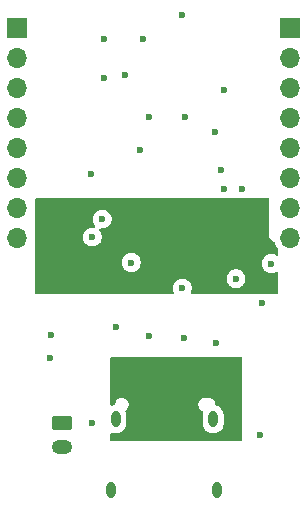
<source format=gbr>
%TF.GenerationSoftware,KiCad,Pcbnew,9.0.0*%
%TF.CreationDate,2025-05-10T20:39:51+02:00*%
%TF.ProjectId,ESP32CAM Shield,45535033-3243-4414-9d20-536869656c64,rev?*%
%TF.SameCoordinates,Original*%
%TF.FileFunction,Copper,L3,Inr*%
%TF.FilePolarity,Positive*%
%FSLAX46Y46*%
G04 Gerber Fmt 4.6, Leading zero omitted, Abs format (unit mm)*
G04 Created by KiCad (PCBNEW 9.0.0) date 2025-05-10 20:39:51*
%MOMM*%
%LPD*%
G01*
G04 APERTURE LIST*
G04 Aperture macros list*
%AMRoundRect*
0 Rectangle with rounded corners*
0 $1 Rounding radius*
0 $2 $3 $4 $5 $6 $7 $8 $9 X,Y pos of 4 corners*
0 Add a 4 corners polygon primitive as box body*
4,1,4,$2,$3,$4,$5,$6,$7,$8,$9,$2,$3,0*
0 Add four circle primitives for the rounded corners*
1,1,$1+$1,$2,$3*
1,1,$1+$1,$4,$5*
1,1,$1+$1,$6,$7*
1,1,$1+$1,$8,$9*
0 Add four rect primitives between the rounded corners*
20,1,$1+$1,$2,$3,$4,$5,0*
20,1,$1+$1,$4,$5,$6,$7,0*
20,1,$1+$1,$6,$7,$8,$9,0*
20,1,$1+$1,$8,$9,$2,$3,0*%
G04 Aperture macros list end*
%TA.AperFunction,ComponentPad*%
%ADD10RoundRect,0.250000X-0.625000X0.350000X-0.625000X-0.350000X0.625000X-0.350000X0.625000X0.350000X0*%
%TD*%
%TA.AperFunction,ComponentPad*%
%ADD11O,1.750000X1.200000*%
%TD*%
%TA.AperFunction,HeatsinkPad*%
%ADD12O,0.800000X1.400000*%
%TD*%
%TA.AperFunction,ComponentPad*%
%ADD13R,1.700000X1.700000*%
%TD*%
%TA.AperFunction,ComponentPad*%
%ADD14O,1.700000X1.700000*%
%TD*%
%TA.AperFunction,ViaPad*%
%ADD15C,0.600000*%
%TD*%
G04 APERTURE END LIST*
D10*
%TO.N,+BATT*%
%TO.C,J3*%
X131064000Y-100616000D03*
D11*
%TO.N,GND*%
X131064000Y-102616000D03*
%TD*%
D12*
%TO.N,GND*%
%TO.C,J4*%
X135210000Y-106218000D03*
X135570000Y-100268000D03*
X143830000Y-100268000D03*
X144190000Y-106218000D03*
%TD*%
D13*
%TO.N,+3.3V*%
%TO.C,J2*%
X150317200Y-67106800D03*
D14*
%TO.N,unconnected-(J2-Pin_2-Pad2)*%
X150317200Y-69646800D03*
%TO.N,io00*%
X150317200Y-72186800D03*
%TO.N,GND*%
X150317200Y-74726800D03*
%TO.N,unconnected-(J2-Pin_5-Pad5)*%
X150317200Y-77266800D03*
%TO.N,UART_USB_RX*%
X150317200Y-79806800D03*
%TO.N,UART_USB_TX*%
X150317200Y-82346800D03*
%TO.N,GND*%
X150317200Y-84886800D03*
%TD*%
D13*
%TO.N,unconnected-(J1-Pin_1-Pad1)*%
%TO.C,J1*%
X127254000Y-67106800D03*
D14*
%TO.N,GND*%
X127254000Y-69646800D03*
%TO.N,I2S_BCLK*%
X127254000Y-72186800D03*
%TO.N,I2S_DATA*%
X127254000Y-74726800D03*
%TO.N,I2S_WS*%
X127254000Y-77266800D03*
%TO.N,I2C_SCL*%
X127254000Y-79806800D03*
%TO.N,I2C_SDA*%
X127254000Y-82346800D03*
%TO.N,unconnected-(J1-Pin_8-Pad8)*%
X127254000Y-84886800D03*
%TD*%
D15*
%TO.N,VBUS*%
X138176000Y-101092000D03*
X137668000Y-96520000D03*
%TO.N,GND*%
X135636000Y-92456000D03*
X136906000Y-86995000D03*
X144100900Y-93778834D03*
X137629889Y-77495727D03*
X147828000Y-101600000D03*
X148751468Y-87082303D03*
X145764465Y-88370168D03*
X144780000Y-72390000D03*
X130004138Y-95070565D03*
X133477000Y-79502000D03*
X137922000Y-68072000D03*
X141224000Y-89154000D03*
X141224000Y-66040000D03*
X144780000Y-80772000D03*
X136398000Y-71120000D03*
X144018000Y-75946000D03*
X133604000Y-100584000D03*
X147955000Y-90424000D03*
X141351000Y-93345000D03*
%TO.N,+3.3V*%
X134620000Y-71374000D03*
X134620000Y-68072000D03*
%TO.N,VBUS*%
X139192000Y-87122000D03*
X131318000Y-85090000D03*
X147828000Y-82042000D03*
X146812000Y-88138000D03*
%TO.N,I2C_SDA*%
X141478000Y-74676000D03*
%TO.N,I2C_SCL*%
X138430000Y-74676000D03*
%TO.N,Net-(U4-OC)*%
X133604000Y-84836000D03*
X134432000Y-83312000D03*
%TO.N,Net-(D1-K)*%
X130104753Y-93117964D03*
X138430000Y-93218000D03*
%TO.N,UART_USB_TX*%
X144526000Y-79156800D03*
X146304000Y-80772000D03*
%TD*%
%TA.AperFunction,Conductor*%
%TO.N,VBUS*%
G36*
X144540253Y-81541376D02*
G01*
X144540680Y-81539970D01*
X144546499Y-81541735D01*
X144546503Y-81541737D01*
X144546507Y-81541737D01*
X144546511Y-81541739D01*
X144701153Y-81572499D01*
X144701156Y-81572500D01*
X144701158Y-81572500D01*
X144858844Y-81572500D01*
X144858845Y-81572499D01*
X144953431Y-81553685D01*
X145013488Y-81541739D01*
X145013490Y-81541738D01*
X145013497Y-81541737D01*
X145013503Y-81541734D01*
X145019320Y-81539970D01*
X145019746Y-81541376D01*
X145056840Y-81534000D01*
X146027160Y-81534000D01*
X146064253Y-81541376D01*
X146064680Y-81539970D01*
X146070499Y-81541735D01*
X146070503Y-81541737D01*
X146070507Y-81541737D01*
X146070511Y-81541739D01*
X146225153Y-81572499D01*
X146225156Y-81572500D01*
X146225158Y-81572500D01*
X146382844Y-81572500D01*
X146382845Y-81572499D01*
X146477431Y-81553685D01*
X146537488Y-81541739D01*
X146537490Y-81541738D01*
X146537497Y-81541737D01*
X146537503Y-81541734D01*
X146543320Y-81539970D01*
X146543746Y-81541376D01*
X146580840Y-81534000D01*
X148466000Y-81534000D01*
X148533039Y-81553685D01*
X148578794Y-81606489D01*
X148590000Y-81658000D01*
X148590000Y-84836000D01*
X148999556Y-85245556D01*
X149029806Y-85294918D01*
X149065644Y-85405216D01*
X149162151Y-85594620D01*
X149287090Y-85766586D01*
X149315681Y-85795177D01*
X149349166Y-85856500D01*
X149352000Y-85882858D01*
X149352000Y-86288824D01*
X149332315Y-86355863D01*
X149279511Y-86401618D01*
X149210353Y-86411562D01*
X149159109Y-86391926D01*
X149130653Y-86372912D01*
X149130640Y-86372905D01*
X148984969Y-86312567D01*
X148984957Y-86312564D01*
X148830313Y-86281803D01*
X148830310Y-86281803D01*
X148672626Y-86281803D01*
X148672623Y-86281803D01*
X148517978Y-86312564D01*
X148517966Y-86312567D01*
X148372295Y-86372905D01*
X148372282Y-86372912D01*
X148241179Y-86460513D01*
X148241175Y-86460516D01*
X148129681Y-86572010D01*
X148129678Y-86572014D01*
X148042077Y-86703117D01*
X148042070Y-86703130D01*
X147981732Y-86848801D01*
X147981729Y-86848813D01*
X147950968Y-87003456D01*
X147950968Y-87161149D01*
X147981729Y-87315792D01*
X147981732Y-87315804D01*
X148042070Y-87461475D01*
X148042077Y-87461488D01*
X148129678Y-87592591D01*
X148129681Y-87592595D01*
X148241175Y-87704089D01*
X148241179Y-87704092D01*
X148372282Y-87791693D01*
X148372295Y-87791700D01*
X148517966Y-87852038D01*
X148517971Y-87852040D01*
X148672621Y-87882802D01*
X148672624Y-87882803D01*
X148672626Y-87882803D01*
X148830312Y-87882803D01*
X148830313Y-87882802D01*
X148984965Y-87852040D01*
X149130647Y-87791697D01*
X149159108Y-87772679D01*
X149225784Y-87751801D01*
X149293165Y-87770284D01*
X149339856Y-87822262D01*
X149352000Y-87875781D01*
X149352000Y-89538000D01*
X149332315Y-89605039D01*
X149279511Y-89650794D01*
X149228000Y-89662000D01*
X148231840Y-89662000D01*
X148194746Y-89654623D01*
X148194320Y-89656030D01*
X148188488Y-89654260D01*
X148033845Y-89623500D01*
X148033842Y-89623500D01*
X147876158Y-89623500D01*
X147876155Y-89623500D01*
X147721511Y-89654260D01*
X147715680Y-89656030D01*
X147715253Y-89654623D01*
X147678160Y-89662000D01*
X142065614Y-89662000D01*
X141998575Y-89642315D01*
X141952820Y-89589511D01*
X141942876Y-89520353D01*
X141951053Y-89490548D01*
X141993735Y-89387501D01*
X141993737Y-89387497D01*
X142024500Y-89232842D01*
X142024500Y-89075158D01*
X142024500Y-89075155D01*
X142024499Y-89075153D01*
X142007950Y-88991957D01*
X141993737Y-88920503D01*
X141977149Y-88880456D01*
X141933397Y-88774827D01*
X141933390Y-88774814D01*
X141845789Y-88643711D01*
X141845786Y-88643707D01*
X141734292Y-88532213D01*
X141734288Y-88532210D01*
X141603185Y-88444609D01*
X141603172Y-88444602D01*
X141494996Y-88399795D01*
X141457501Y-88384264D01*
X141457489Y-88384261D01*
X141302845Y-88353500D01*
X141302842Y-88353500D01*
X141145158Y-88353500D01*
X141145155Y-88353500D01*
X140990510Y-88384261D01*
X140990498Y-88384264D01*
X140844827Y-88444602D01*
X140844814Y-88444609D01*
X140713711Y-88532210D01*
X140713707Y-88532213D01*
X140602213Y-88643707D01*
X140602210Y-88643711D01*
X140514609Y-88774814D01*
X140514602Y-88774827D01*
X140454264Y-88920498D01*
X140454261Y-88920510D01*
X140423500Y-89075153D01*
X140423500Y-89232846D01*
X140454261Y-89387489D01*
X140454264Y-89387501D01*
X140496947Y-89490548D01*
X140504416Y-89560017D01*
X140473140Y-89622496D01*
X140413051Y-89658148D01*
X140382386Y-89662000D01*
X128902000Y-89662000D01*
X128834961Y-89642315D01*
X128789206Y-89589511D01*
X128778000Y-89538000D01*
X128778000Y-88291321D01*
X144963965Y-88291321D01*
X144963965Y-88449014D01*
X144994726Y-88603657D01*
X144994729Y-88603669D01*
X145055067Y-88749340D01*
X145055074Y-88749353D01*
X145142675Y-88880456D01*
X145142678Y-88880460D01*
X145254172Y-88991954D01*
X145254176Y-88991957D01*
X145385279Y-89079558D01*
X145385292Y-89079565D01*
X145530963Y-89139903D01*
X145530968Y-89139905D01*
X145685618Y-89170667D01*
X145685621Y-89170668D01*
X145685623Y-89170668D01*
X145843309Y-89170668D01*
X145843310Y-89170667D01*
X145997962Y-89139905D01*
X146143644Y-89079562D01*
X146274754Y-88991957D01*
X146386254Y-88880457D01*
X146473859Y-88749347D01*
X146534202Y-88603665D01*
X146564965Y-88449010D01*
X146564965Y-88291326D01*
X146564965Y-88291323D01*
X146564964Y-88291321D01*
X146534203Y-88136678D01*
X146534202Y-88136671D01*
X146534200Y-88136666D01*
X146473862Y-87990995D01*
X146473855Y-87990982D01*
X146386254Y-87859879D01*
X146386251Y-87859875D01*
X146274757Y-87748381D01*
X146274753Y-87748378D01*
X146143650Y-87660777D01*
X146143637Y-87660770D01*
X145997966Y-87600432D01*
X145997954Y-87600429D01*
X145843310Y-87569668D01*
X145843307Y-87569668D01*
X145685623Y-87569668D01*
X145685620Y-87569668D01*
X145530975Y-87600429D01*
X145530963Y-87600432D01*
X145385292Y-87660770D01*
X145385279Y-87660777D01*
X145254176Y-87748378D01*
X145254172Y-87748381D01*
X145142678Y-87859875D01*
X145142675Y-87859879D01*
X145055074Y-87990982D01*
X145055067Y-87990995D01*
X144994729Y-88136666D01*
X144994726Y-88136678D01*
X144963965Y-88291321D01*
X128778000Y-88291321D01*
X128778000Y-86916153D01*
X136105500Y-86916153D01*
X136105500Y-87073846D01*
X136136261Y-87228489D01*
X136136264Y-87228501D01*
X136196602Y-87374172D01*
X136196609Y-87374185D01*
X136284210Y-87505288D01*
X136284213Y-87505292D01*
X136395707Y-87616786D01*
X136395711Y-87616789D01*
X136526814Y-87704390D01*
X136526827Y-87704397D01*
X136641272Y-87751801D01*
X136672503Y-87764737D01*
X136827153Y-87795499D01*
X136827156Y-87795500D01*
X136827158Y-87795500D01*
X136984844Y-87795500D01*
X136984845Y-87795499D01*
X137139497Y-87764737D01*
X137285179Y-87704394D01*
X137416289Y-87616789D01*
X137527789Y-87505289D01*
X137615394Y-87374179D01*
X137675737Y-87228497D01*
X137706500Y-87073842D01*
X137706500Y-86916158D01*
X137706500Y-86916155D01*
X137706499Y-86916153D01*
X137675738Y-86761510D01*
X137675737Y-86761503D01*
X137675735Y-86761498D01*
X137615397Y-86615827D01*
X137615390Y-86615814D01*
X137527789Y-86484711D01*
X137527786Y-86484707D01*
X137416292Y-86373213D01*
X137416288Y-86373210D01*
X137285185Y-86285609D01*
X137285172Y-86285602D01*
X137139501Y-86225264D01*
X137139489Y-86225261D01*
X136984845Y-86194500D01*
X136984842Y-86194500D01*
X136827158Y-86194500D01*
X136827155Y-86194500D01*
X136672510Y-86225261D01*
X136672498Y-86225264D01*
X136526827Y-86285602D01*
X136526814Y-86285609D01*
X136395711Y-86373210D01*
X136395707Y-86373213D01*
X136284213Y-86484707D01*
X136284210Y-86484711D01*
X136196609Y-86615814D01*
X136196602Y-86615827D01*
X136136264Y-86761498D01*
X136136261Y-86761510D01*
X136105500Y-86916153D01*
X128778000Y-86916153D01*
X128778000Y-84757153D01*
X132803500Y-84757153D01*
X132803500Y-84914846D01*
X132834261Y-85069489D01*
X132834264Y-85069501D01*
X132894602Y-85215172D01*
X132894609Y-85215185D01*
X132982210Y-85346288D01*
X132982213Y-85346292D01*
X133093707Y-85457786D01*
X133093711Y-85457789D01*
X133224814Y-85545390D01*
X133224827Y-85545397D01*
X133343654Y-85594616D01*
X133370503Y-85605737D01*
X133525153Y-85636499D01*
X133525156Y-85636500D01*
X133525158Y-85636500D01*
X133682844Y-85636500D01*
X133682845Y-85636499D01*
X133837497Y-85605737D01*
X133983179Y-85545394D01*
X134114289Y-85457789D01*
X134225789Y-85346289D01*
X134313394Y-85215179D01*
X134373737Y-85069497D01*
X134404500Y-84914842D01*
X134404500Y-84757158D01*
X134404500Y-84757155D01*
X134404499Y-84757153D01*
X134373738Y-84602510D01*
X134373737Y-84602503D01*
X134360505Y-84570557D01*
X134313397Y-84456827D01*
X134313390Y-84456814D01*
X134225789Y-84325711D01*
X134225786Y-84325707D01*
X134217058Y-84316979D01*
X134183573Y-84255656D01*
X134188557Y-84185964D01*
X134230429Y-84130031D01*
X134295893Y-84105614D01*
X134328931Y-84107680D01*
X134337876Y-84109460D01*
X134353157Y-84112500D01*
X134353158Y-84112500D01*
X134510844Y-84112500D01*
X134510845Y-84112499D01*
X134665497Y-84081737D01*
X134811179Y-84021394D01*
X134942289Y-83933789D01*
X135053789Y-83822289D01*
X135141394Y-83691179D01*
X135201737Y-83545497D01*
X135232500Y-83390842D01*
X135232500Y-83233158D01*
X135232500Y-83233155D01*
X135232499Y-83233153D01*
X135201738Y-83078510D01*
X135201737Y-83078503D01*
X135191843Y-83054616D01*
X135141397Y-82932827D01*
X135141390Y-82932814D01*
X135053789Y-82801711D01*
X135053786Y-82801707D01*
X134942292Y-82690213D01*
X134942288Y-82690210D01*
X134811185Y-82602609D01*
X134811172Y-82602602D01*
X134665501Y-82542264D01*
X134665489Y-82542261D01*
X134510845Y-82511500D01*
X134510842Y-82511500D01*
X134353158Y-82511500D01*
X134353155Y-82511500D01*
X134198510Y-82542261D01*
X134198498Y-82542264D01*
X134052827Y-82602602D01*
X134052814Y-82602609D01*
X133921711Y-82690210D01*
X133921707Y-82690213D01*
X133810213Y-82801707D01*
X133810210Y-82801711D01*
X133722609Y-82932814D01*
X133722602Y-82932827D01*
X133662264Y-83078498D01*
X133662261Y-83078510D01*
X133631500Y-83233153D01*
X133631500Y-83390846D01*
X133662261Y-83545489D01*
X133662264Y-83545501D01*
X133722602Y-83691172D01*
X133722609Y-83691185D01*
X133810210Y-83822288D01*
X133810213Y-83822292D01*
X133818941Y-83831020D01*
X133852426Y-83892343D01*
X133847442Y-83962035D01*
X133805570Y-84017968D01*
X133740106Y-84042385D01*
X133707070Y-84040319D01*
X133682842Y-84035500D01*
X133525158Y-84035500D01*
X133525155Y-84035500D01*
X133370510Y-84066261D01*
X133370498Y-84066264D01*
X133224827Y-84126602D01*
X133224814Y-84126609D01*
X133093711Y-84214210D01*
X133093707Y-84214213D01*
X132982213Y-84325707D01*
X132982210Y-84325711D01*
X132894609Y-84456814D01*
X132894602Y-84456827D01*
X132834264Y-84602498D01*
X132834261Y-84602510D01*
X132803500Y-84757153D01*
X128778000Y-84757153D01*
X128778000Y-81658000D01*
X128797685Y-81590961D01*
X128850489Y-81545206D01*
X128902000Y-81534000D01*
X144503160Y-81534000D01*
X144540253Y-81541376D01*
G37*
%TD.AperFunction*%
%TD*%
%TA.AperFunction,Conductor*%
%TO.N,VBUS*%
G36*
X146247039Y-95015685D02*
G01*
X146292794Y-95068489D01*
X146304000Y-95120000D01*
X146304000Y-101984000D01*
X146284315Y-102051039D01*
X146231511Y-102096794D01*
X146180000Y-102108000D01*
X135252000Y-102108000D01*
X135184961Y-102088315D01*
X135139206Y-102035511D01*
X135128000Y-101984000D01*
X135128000Y-101545190D01*
X135147685Y-101478151D01*
X135200489Y-101432396D01*
X135269647Y-101422452D01*
X135299448Y-101430627D01*
X135307334Y-101433894D01*
X135307337Y-101433894D01*
X135307341Y-101433896D01*
X135481304Y-101468499D01*
X135481307Y-101468500D01*
X135481309Y-101468500D01*
X135658693Y-101468500D01*
X135658694Y-101468499D01*
X135716682Y-101456964D01*
X135832658Y-101433896D01*
X135832661Y-101433894D01*
X135832666Y-101433894D01*
X135996547Y-101366013D01*
X136144035Y-101267464D01*
X136269464Y-101142035D01*
X136368013Y-100994547D01*
X136435894Y-100830666D01*
X136470500Y-100656691D01*
X136470500Y-99879309D01*
X136470500Y-99879306D01*
X136470499Y-99879304D01*
X136435896Y-99705341D01*
X136435893Y-99705332D01*
X136419236Y-99665119D01*
X136405060Y-99630895D01*
X136397592Y-99561427D01*
X136428867Y-99498948D01*
X136447447Y-99484159D01*
X136446914Y-99483465D01*
X136453358Y-99478518D01*
X136453365Y-99478515D01*
X136560515Y-99371365D01*
X136636281Y-99240135D01*
X136675500Y-99093766D01*
X136675500Y-98942234D01*
X142574500Y-98942234D01*
X142574500Y-99093765D01*
X142613719Y-99240136D01*
X142651602Y-99305750D01*
X142689485Y-99371365D01*
X142796635Y-99478515D01*
X142913429Y-99545946D01*
X142961643Y-99596512D01*
X142974867Y-99665119D01*
X142965993Y-99700776D01*
X142964106Y-99705330D01*
X142964104Y-99705336D01*
X142929500Y-99879304D01*
X142929500Y-100656695D01*
X142964103Y-100830658D01*
X142964106Y-100830667D01*
X143031983Y-100994540D01*
X143031990Y-100994553D01*
X143130535Y-101142034D01*
X143130538Y-101142038D01*
X143255961Y-101267461D01*
X143255965Y-101267464D01*
X143403446Y-101366009D01*
X143403459Y-101366016D01*
X143526363Y-101416923D01*
X143567334Y-101433894D01*
X143567336Y-101433894D01*
X143567341Y-101433896D01*
X143741304Y-101468499D01*
X143741307Y-101468500D01*
X143741309Y-101468500D01*
X143918693Y-101468500D01*
X143918694Y-101468499D01*
X143976682Y-101456964D01*
X144092658Y-101433896D01*
X144092661Y-101433894D01*
X144092666Y-101433894D01*
X144256547Y-101366013D01*
X144404035Y-101267464D01*
X144529464Y-101142035D01*
X144628013Y-100994547D01*
X144695894Y-100830666D01*
X144730500Y-100656691D01*
X144730500Y-99879309D01*
X144730500Y-99879306D01*
X144730499Y-99879304D01*
X144695896Y-99705341D01*
X144695893Y-99705332D01*
X144628016Y-99541459D01*
X144628009Y-99541446D01*
X144529464Y-99393965D01*
X144529461Y-99393961D01*
X144404038Y-99268538D01*
X144404034Y-99268535D01*
X144256553Y-99169990D01*
X144256544Y-99169985D01*
X144102047Y-99105991D01*
X144047644Y-99062150D01*
X144025579Y-98995856D01*
X144025500Y-98991430D01*
X144025500Y-98942236D01*
X144025500Y-98942234D01*
X143986281Y-98795865D01*
X143910515Y-98664635D01*
X143803365Y-98557485D01*
X143737750Y-98519602D01*
X143672136Y-98481719D01*
X143598950Y-98462109D01*
X143525766Y-98442500D01*
X143074234Y-98442500D01*
X142927863Y-98481719D01*
X142796635Y-98557485D01*
X142796632Y-98557487D01*
X142689487Y-98664632D01*
X142689485Y-98664635D01*
X142613719Y-98795863D01*
X142574500Y-98942234D01*
X136675500Y-98942234D01*
X136636281Y-98795865D01*
X136560515Y-98664635D01*
X136453365Y-98557485D01*
X136387750Y-98519602D01*
X136322136Y-98481719D01*
X136248950Y-98462109D01*
X136175766Y-98442500D01*
X136024234Y-98442500D01*
X135877863Y-98481719D01*
X135746635Y-98557485D01*
X135746632Y-98557487D01*
X135639487Y-98664632D01*
X135639485Y-98664635D01*
X135563719Y-98795863D01*
X135524500Y-98942234D01*
X135524500Y-98957144D01*
X135516001Y-98986085D01*
X135509847Y-99015618D01*
X135506257Y-99019270D01*
X135504815Y-99024183D01*
X135482022Y-99043932D01*
X135460875Y-99065453D01*
X135454467Y-99067809D01*
X135452011Y-99069938D01*
X135427915Y-99078075D01*
X135426266Y-99078448D01*
X135307334Y-99102106D01*
X135289709Y-99109406D01*
X135279415Y-99111740D01*
X135254647Y-99110186D01*
X135229975Y-99112837D01*
X135220386Y-99108036D01*
X135209683Y-99107365D01*
X135189688Y-99092667D01*
X135167498Y-99081558D01*
X135162025Y-99072333D01*
X135153386Y-99065983D01*
X135144511Y-99042810D01*
X135131850Y-99021467D01*
X135129660Y-99004031D01*
X135128398Y-99000735D01*
X135128927Y-98998194D01*
X135128000Y-98990809D01*
X135128000Y-95120000D01*
X135147685Y-95052961D01*
X135200489Y-95007206D01*
X135252000Y-94996000D01*
X146180000Y-94996000D01*
X146247039Y-95015685D01*
G37*
%TD.AperFunction*%
%TD*%
M02*

</source>
